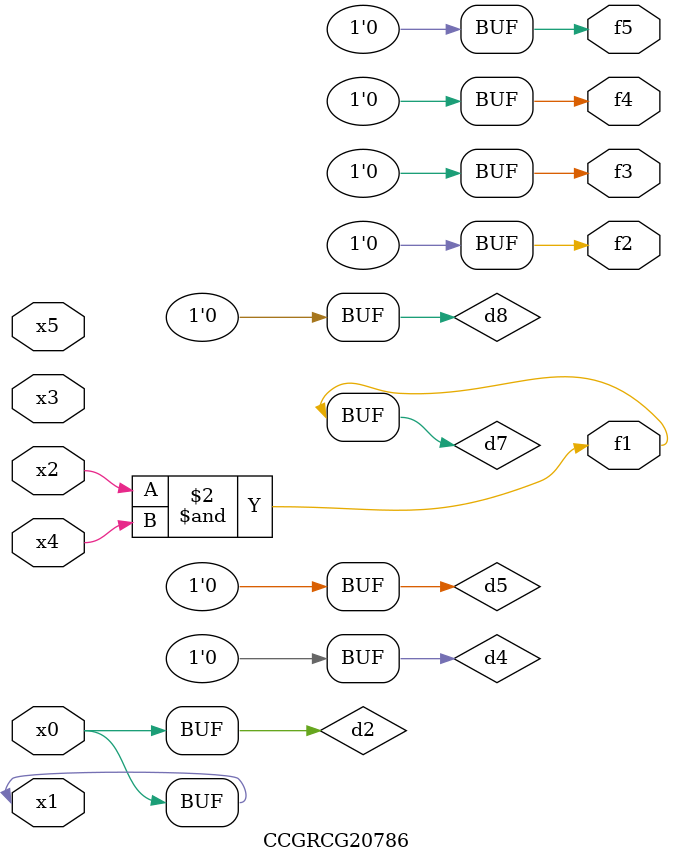
<source format=v>
module CCGRCG20786(
	input x0, x1, x2, x3, x4, x5,
	output f1, f2, f3, f4, f5
);

	wire d1, d2, d3, d4, d5, d6, d7, d8, d9;

	nand (d1, x1);
	buf (d2, x0, x1);
	nand (d3, x2, x4);
	and (d4, d1, d2);
	and (d5, d1, d2);
	nand (d6, d1, d3);
	not (d7, d3);
	xor (d8, d5);
	nor (d9, d5, d6);
	assign f1 = d7;
	assign f2 = d8;
	assign f3 = d8;
	assign f4 = d8;
	assign f5 = d8;
endmodule

</source>
